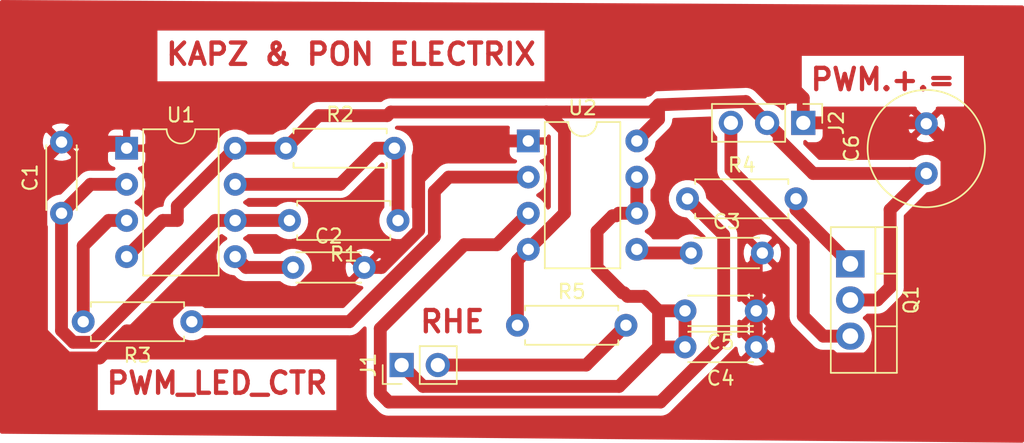
<source format=kicad_pcb>
(kicad_pcb (version 20211014) (generator pcbnew)
  (layers (0 "F.Cu" signal) (31 "B.Cu" signal) (34 "B.Paste" user) (35 "F.Paste" user) (36 "B.SilkS" user "B.Silkscreen") (37 "F.SilkS" user "F.Silkscreen") (38 "B.Mask" user) (39 "F.Mask" user) (44 "Edge.Cuts" user))
  (net 0 "")
  (net 1 "Net-(C1-Pad1)")
  (net 2 "VSS")
  (net 3 "Net-(C2-Pad1)")
  (net 4 "Net-(C3-Pad1)")
  (net 5 "Net-(C4-Pad2)")
  (net 6 "+VDC")
  (net 7 "Net-(J1-Pad2)")
  (net 8 "Net-(J2-Pad3)")
  (net 9 "Net-(Q1-Pad1)")
  (net 10 "Net-(R1-Pad1)")
  (net 11 "Net-(R3-Pad1)")
  (net 12 "Net-(R3-Pad2)")
  (net 13 "Net-(R4-Pad1)")
  (footprint "Capacitor_THT:C_Disc_D4.3mm_W1.9mm_P5.00mm" (layer "F.Cu") (at 98.044 81.026 90)
    (fp_text reference "C1" (at 2.5 -2.2 90) (layer "F.SilkS"))
    (fp_text value "103")
    (fp_line (start 0.23 1.055) (end 0.23 1.07) (layer "F.SilkS") (width 0.12))
    (fp_line (start 0.23 -1.07) (end 4.77 -1.07) (layer "F.SilkS") (width 0.12))
    (fp_line (start 4.77 1.055) (end 4.77 1.07) (layer "F.SilkS") (width 0.12))
    (fp_line (start 0.23 1.07) (end 4.77 1.07) (layer "F.SilkS") (width 0.12))
    (fp_line (start 4.77 -1.07) (end 4.77 -1.055) (layer "F.SilkS") (width 0.12))
    (fp_line (start 0.23 -1.07) (end 0.23 -1.055) (layer "F.SilkS") (width 0.12))
    (pad "1" thru_hole circle locked (at 0 0 90) (size 1.6 1.6) (drill 0.8) (layers *.Cu *.Mask) (net 1 "Net-(C1-Pad1)"))
    (pad "2" thru_hole circle locked (at 5 0 90) (size 1.6 1.6) (drill 0.8) (layers *.Cu *.Mask) (net 2 "VSS"))
  )
  (footprint "Capacitor_THT:C_Disc_D4.3mm_W1.9mm_P5.00mm" (layer "F.Cu") (at 114.3 84.836)
    (fp_text reference "C2" (at 2.5 -2.2) (layer "F.SilkS"))
    (fp_text value "104")
    (fp_line (start 0.23 -1.07) (end 4.77 -1.07) (layer "F.SilkS") (width 0.12))
    (fp_line (start 0.23 -1.07) (end 0.23 -1.055) (layer "F.SilkS") (width 0.12))
    (fp_line (start 4.77 -1.07) (end 4.77 -1.055) (layer "F.SilkS") (width 0.12))
    (fp_line (start 0.23 1.055) (end 0.23 1.07) (layer "F.SilkS") (width 0.12))
    (fp_line (start 0.23 1.07) (end 4.77 1.07) (layer "F.SilkS") (width 0.12))
    (fp_line (start 4.77 1.055) (end 4.77 1.07) (layer "F.SilkS") (width 0.12))
    (pad "1" thru_hole circle locked (at 0 0) (size 1.6 1.6) (drill 0.8) (layers *.Cu *.Mask) (net 3 "Net-(C2-Pad1)"))
    (pad "2" thru_hole circle locked (at 5 0) (size 1.6 1.6) (drill 0.8) (layers *.Cu *.Mask) (net 2 "VSS"))
  )
  (footprint "Capacitor_THT:C_Disc_D4.3mm_W1.9mm_P5.00mm" (layer "F.Cu") (at 142.24 83.82)
    (fp_text reference "C3" (at 2.5 -2.2) (layer "F.SilkS"))
    (fp_text value "104")
    (fp_line (start 4.77 1.055) (end 4.77 1.07) (layer "F.SilkS") (width 0.12))
    (fp_line (start 0.23 -1.07) (end 4.77 -1.07) (layer "F.SilkS") (width 0.12))
    (fp_line (start 4.77 -1.07) (end 4.77 -1.055) (layer "F.SilkS") (width 0.12))
    (fp_line (start 0.23 1.055) (end 0.23 1.07) (layer "F.SilkS") (width 0.12))
    (fp_line (start 0.23 1.07) (end 4.77 1.07) (layer "F.SilkS") (width 0.12))
    (fp_line (start 0.23 -1.07) (end 0.23 -1.055) (layer "F.SilkS") (width 0.12))
    (pad "1" thru_hole circle locked (at 0 0) (size 1.6 1.6) (drill 0.8) (layers *.Cu *.Mask) (net 4 "Net-(C3-Pad1)"))
    (pad "2" thru_hole circle locked (at 5 0) (size 1.6 1.6) (drill 0.8) (layers *.Cu *.Mask) (net 2 "VSS"))
  )
  (footprint "Capacitor_THT:C_Disc_D4.3mm_W1.9mm_P5.00mm" (layer "F.Cu") (at 146.812 90.424 180)
    (fp_text reference "C4" (at 2.5 -2.2) (layer "F.SilkS"))
    (fp_text value "333")
    (fp_line (start 0.23 -1.07) (end 4.77 -1.07) (layer "F.SilkS") (width 0.12))
    (fp_line (start 4.77 -1.07) (end 4.77 -1.055) (layer "F.SilkS") (width 0.12))
    (fp_line (start 4.77 1.055) (end 4.77 1.07) (layer "F.SilkS") (width 0.12))
    (fp_line (start 0.23 1.07) (end 4.77 1.07) (layer "F.SilkS") (width 0.12))
    (fp_line (start 0.23 1.055) (end 0.23 1.07) (layer "F.SilkS") (width 0.12))
    (fp_line (start 0.23 -1.07) (end 0.23 -1.055) (layer "F.SilkS") (width 0.12))
    (pad "1" thru_hole circle locked (at 0 0 180) (size 1.6 1.6) (drill 0.8) (layers *.Cu *.Mask) (net 2 "VSS"))
    (pad "2" thru_hole circle locked (at 5 0 180) (size 1.6 1.6) (drill 0.8) (layers *.Cu *.Mask) (net 5 "Net-(C4-Pad2)"))
  )
  (footprint "Capacitor_THT:C_Disc_D4.3mm_W1.9mm_P5.00mm" (layer "F.Cu") (at 146.812 87.884 180)
    (fp_text reference "C5" (at 2.5 -2.2) (layer "F.SilkS"))
    (fp_text value "223")
    (fp_line (start 0.23 1.055) (end 0.23 1.07) (layer "F.SilkS") (width 0.12))
    (fp_line (start 4.77 -1.07) (end 4.77 -1.055) (layer "F.SilkS") (width 0.12))
    (fp_line (start 0.23 1.07) (end 4.77 1.07) (layer "F.SilkS") (width 0.12))
    (fp_line (start 0.23 -1.07) (end 4.77 -1.07) (layer "F.SilkS") (width 0.12))
    (fp_line (start 0.23 -1.07) (end 0.23 -1.055) (layer "F.SilkS") (width 0.12))
    (fp_line (start 4.77 1.055) (end 4.77 1.07) (layer "F.SilkS") (width 0.12))
    (pad "1" thru_hole circle locked (at 0 0 180) (size 1.6 1.6) (drill 0.8) (layers *.Cu *.Mask) (net 2 "VSS"))
    (pad "2" thru_hole circle locked (at 5 0 180) (size 1.6 1.6) (drill 0.8) (layers *.Cu *.Mask) (net 5 "Net-(C4-Pad2)"))
  )
  (footprint "Capacitor_THT:C_Radial_D8.0mm_H7.0mm_P3.50mm" (layer "F.Cu") (at 158.75 78.232 90)
    (fp_text reference "C6" (at 1.75 -5.25 90) (layer "F.SilkS"))
    (fp_text value "100uF")
    (fp_circle (center 1.75 0) (end 5.87 0) (layer "F.SilkS") (width 0.12) (fill none))
    (pad "1" thru_hole circle locked (at 0 0 90) (size 1.6 1.6) (drill 0.8) (layers *.Cu *.Mask) (net 6 "+VDC"))
    (pad "2" thru_hole circle locked (at 3.5 0 90) (size 1.6 1.6) (drill 0.8) (layers *.Cu *.Mask) (net 2 "VSS"))
  )
  (footprint "Connector_PinHeader_2.54mm:PinHeader_1x02_P2.54mm_Vertical" (layer "F.Cu") (at 121.92 91.694 90)
    (fp_text reference "J1" (at 0 -2.33 90) (layer "F.SilkS"))
    (fp_text value "TRM-RHE")
    (fp_line (start -1.33 0) (end -1.33 -1.33) (layer "F.SilkS") (width 0.12))
    (fp_line (start -1.33 1.27) (end -1.33 3.87) (layer "F.SilkS") (width 0.12))
    (fp_line (start -1.33 -1.33) (end 0 -1.33) (layer "F.SilkS") (width 0.12))
    (fp_line (start -1.33 1.27) (end 1.33 1.27) (layer "F.SilkS") (width 0.12))
    (fp_line (start -1.33 3.87) (end 1.33 3.87) (layer "F.SilkS") (width 0.12))
    (fp_line (start 1.33 1.27) (end 1.33 3.87) (layer "F.SilkS") (width 0.12))
    (pad "1" thru_hole rect locked (at 0 0 90) (size 1.7 1.7) (drill 1) (layers *.Cu *.Mask) (net 5 "Net-(C4-Pad2)"))
    (pad "2" thru_hole oval locked (at 0 2.54 90) (size 1.7 1.7) (drill 1) (layers *.Cu *.Mask) (net 7 "Net-(J1-Pad2)"))
  )
  (footprint "Connector_PinHeader_2.54mm:PinHeader_1x03_P2.54mm_Vertical" (layer "F.Cu") (at 150.114 74.676 -90)
    (fp_text reference "J2" (at 0 -2.33 90) (layer "F.SilkS"))
    (fp_text value "PWR/PWM")
    (fp_line (start -1.33 0) (end -1.33 -1.33) (layer "F.SilkS") (width 0.12))
    (fp_line (start -1.33 1.27) (end -1.33 6.41) (layer "F.SilkS") (width 0.12))
    (fp_line (start -1.33 -1.33) (end 0 -1.33) (layer "F.SilkS") (width 0.12))
    (fp_line (start -1.33 1.27) (end 1.33 1.27) (layer "F.SilkS") (width 0.12))
    (fp_line (start 1.33 1.27) (end 1.33 6.41) (layer "F.SilkS") (width 0.12))
    (fp_line (start -1.33 6.41) (end 1.33 6.41) (layer "F.SilkS") (width 0.12))
    (pad "1" thru_hole rect locked (at 0 0 270) (size 1.7 1.7) (drill 1) (layers *.Cu *.Mask) (net 2 "VSS"))
    (pad "2" thru_hole oval locked (at 0 2.54 270) (size 1.7 1.7) (drill 1) (layers *.Cu *.Mask) (net 6 "+VDC"))
    (pad "3" thru_hole oval locked (at 0 5.08 270) (size 1.7 1.7) (drill 1) (layers *.Cu *.Mask) (net 8 "Net-(J2-Pad3)"))
  )
  (footprint "Package_TO_SOT_THT:TO-220-3_Vertical" (layer "F.Cu") (at 153.416 84.582 -90)
    (fp_text reference "Q1" (at 2.54 -4.27 90) (layer "F.SilkS"))
    (fp_text value "IRF540")
    (fp_line (start -2.58 1.371) (end 7.66 1.371) (layer "F.SilkS") (width 0.12))
    (fp_line (start 0.69 -3.27) (end 0.69 -1.76) (layer "F.SilkS") (width 0.12))
    (fp_line (start -2.58 -3.27) (end -2.58 1.371) (layer "F.SilkS") (width 0.12))
    (fp_line (start -2.58 -3.27) (end 7.66 -3.27) (layer "F.SilkS") (width 0.12))
    (fp_line (start 7.66 -3.27) (end 7.66 1.371) (layer "F.SilkS") (width 0.12))
    (fp_line (start 4.391 -3.27) (end 4.391 -1.76) (layer "F.SilkS") (width 0.12))
    (fp_line (start -2.58 -1.76) (end 7.66 -1.76) (layer "F.SilkS") (width 0.12))
    (pad "1" thru_hole rect locked (at 0 0 270) (size 1.905 2) (drill 1.1) (layers *.Cu *.Mask) (net 9 "Net-(Q1-Pad1)"))
    (pad "2" thru_hole oval locked (at 2.54 0 270) (size 1.905 2) (drill 1.1) (layers *.Cu *.Mask) (net 6 "+VDC"))
    (pad "3" thru_hole oval locked (at 5.08 0 270) (size 1.905 2) (drill 1.1) (layers *.Cu *.Mask) (net 8 "Net-(J2-Pad3)"))
  )
  (footprint "Resistor_THT:R_Axial_DIN0207_L6.3mm_D2.5mm_P7.62mm_Horizontal" (layer "F.Cu") (at 121.666 81.534 180)
    (fp_text reference "R1" (at 3.81 -2.37) (layer "F.SilkS"))
    (fp_text value "1K2")
    (fp_line (start 7.08 1.37) (end 7.08 1.04) (layer "F.SilkS") (width 0.12))
    (fp_line (start 0.54 -1.04) (end 0.54 -1.37) (layer "F.SilkS") (width 0.12))
    (fp_line (start 7.08 -1.37) (end 7.08 -1.04) (layer "F.SilkS") (width 0.12))
    (fp_line (start 0.54 -1.37) (end 7.08 -1.37) (layer "F.SilkS") (width 0.12))
    (fp_line (start 0.54 1.04) (end 0.54 1.37) (layer "F.SilkS") (width 0.12))
    (fp_line (start 0.54 1.37) (end 7.08 1.37) (layer "F.SilkS") (width 0.12))
    (pad "1" thru_hole circle locked (at 0 0 180) (size 1.6 1.6) (drill 0.8) (layers *.Cu *.Mask) (net 10 "Net-(R1-Pad1)"))
    (pad "2" thru_hole oval locked (at 7.62 0 180) (size 1.6 1.6) (drill 0.8) (layers *.Cu *.Mask) (net 1 "Net-(C1-Pad1)"))
  )
  (footprint "Resistor_THT:R_Axial_DIN0207_L6.3mm_D2.5mm_P7.62mm_Horizontal" (layer "F.Cu") (at 107.188 88.646 180)
    (fp_text reference "R3" (at 3.81 -2.37) (layer "F.SilkS"))
    (fp_text value "22K")
    (fp_line (start 7.08 -1.37) (end 7.08 -1.04) (layer "F.SilkS") (width 0.12))
    (fp_line (start 0.54 1.04) (end 0.54 1.37) (layer "F.SilkS") (width 0.12))
    (fp_line (start 7.08 1.37) (end 7.08 1.04) (layer "F.SilkS") (width 0.12))
    (fp_line (start 0.54 -1.04) (end 0.54 -1.37) (layer "F.SilkS") (width 0.12))
    (fp_line (start 0.54 -1.37) (end 7.08 -1.37) (layer "F.SilkS") (width 0.12))
    (fp_line (start 0.54 1.37) (end 7.08 1.37) (layer "F.SilkS") (width 0.12))
    (pad "1" thru_hole circle locked (at 0 0 180) (size 1.6 1.6) (drill 0.8) (layers *.Cu *.Mask) (net 11 "Net-(R3-Pad1)"))
    (pad "2" thru_hole oval locked (at 7.62 0 180) (size 1.6 1.6) (drill 0.8) (layers *.Cu *.Mask) (net 12 "Net-(R3-Pad2)"))
  )
  (footprint "Resistor_THT:R_Axial_DIN0207_L6.3mm_D2.5mm_P7.62mm_Horizontal" (layer "F.Cu") (at 141.986 80.01)
    (fp_text reference "R4" (at 3.81 -2.37) (layer "F.SilkS"))
    (fp_text value "220")
    (fp_line (start 0.54 -1.04) (end 0.54 -1.37) (layer "F.SilkS") (width 0.12))
    (fp_line (start 0.54 1.37) (end 7.08 1.37) (layer "F.SilkS") (width 0.12))
    (fp_line (start 7.08 -1.37) (end 7.08 -1.04) (layer "F.SilkS") (width 0.12))
    (fp_line (start 0.54 -1.37) (end 7.08 -1.37) (layer "F.SilkS") (width 0.12))
    (fp_line (start 0.54 1.04) (end 0.54 1.37) (layer "F.SilkS") (width 0.12))
    (fp_line (start 7.08 1.37) (end 7.08 1.04) (layer "F.SilkS") (width 0.12))
    (pad "1" thru_hole circle locked (at 0 0) (size 1.6 1.6) (drill 0.8) (layers *.Cu *.Mask) (net 13 "Net-(R4-Pad1)"))
    (pad "2" thru_hole oval locked (at 7.62 0) (size 1.6 1.6) (drill 0.8) (layers *.Cu *.Mask) (net 9 "Net-(Q1-Pad1)"))
  )
  (footprint "Resistor_THT:R_Axial_DIN0207_L6.3mm_D2.5mm_P7.62mm_Horizontal" (layer "F.Cu") (at 130.048 88.9)
    (fp_text reference "R5" (at 3.81 -2.37) (layer "F.SilkS"))
    (fp_text value "820")
    (fp_line (start 7.08 -1.37) (end 7.08 -1.04) (layer "F.SilkS") (width 0.12))
    (fp_line (start 0.54 -1.04) (end 0.54 -1.37) (layer "F.SilkS") (width 0.12))
    (fp_line (start 0.54 -1.37) (end 7.08 -1.37) (layer "F.SilkS") (width 0.12))
    (fp_line (start 0.54 1.37) (end 7.08 1.37) (layer "F.SilkS") (width 0.12))
    (fp_line (start 0.54 1.04) (end 0.54 1.37) (layer "F.SilkS") (width 0.12))
    (fp_line (start 7.08 1.37) (end 7.08 1.04) (layer "F.SilkS") (width 0.12))
    (pad "1" thru_hole circle locked (at 0 0) (size 1.6 1.6) (drill 0.8) (layers *.Cu *.Mask) (net 6 "+VDC"))
    (pad "2" thru_hole oval locked (at 7.62 0) (size 1.6 1.6) (drill 0.8) (layers *.Cu *.Mask) (net 7 "Net-(J1-Pad2)"))
  )
  (footprint "Package_DIP:DIP-8_W7.62mm" (layer "F.Cu") (at 102.616 76.454)
    (fp_text reference "U1" (at 3.81 -2.33) (layer "F.SilkS"))
    (fp_text value "NE555")
    (fp_line (start 6.46 8.95) (end 6.46 -1.33) (layer "F.SilkS") (width 0.12))
    (fp_line (start 2.81 -1.33) (end 1.16 -1.33) (layer "F.SilkS") (width 0.12))
    (fp_line (start 1.16 8.95) (end 6.46 8.95) (layer "F.SilkS") (width 0.12))
    (fp_line (start 1.16 -1.33) (end 1.16 8.95) (layer "F.SilkS") (width 0.12))
    (fp_line (start 6.46 -1.33) (end 4.81 -1.33) (layer "F.SilkS") (width 0.12))
    (fp_arc (start 4.81 -1.33) (mid 3.81 -0.33) (end 2.81 -1.33) (layer "F.SilkS") (width 0.12))
    (pad "1" thru_hole rect locked (at 0 0) (size 1.6 1.6) (drill 0.8) (layers *.Cu *.Mask) (net 2 "VSS"))
    (pad "2" thru_hole oval locked (at 0 2.54) (size 1.6 1.6) (drill 0.8) (layers *.Cu *.Mask) (net 1 "Net-(C1-Pad1)"))
    (pad "3" thru_hole oval locked (at 0 5.08) (size 1.6 1.6) (drill 0.8) (layers *.Cu *.Mask) (net 12 "Net-(R3-Pad2)"))
    (pad "4" thru_hole oval locked (at 0 7.62) (size 1.6 1.6) (drill 0.8) (layers *.Cu *.Mask) (net 6 "+VDC"))
    (pad "5" thru_hole oval locked (at 7.62 7.62) (size 1.6 1.6) (drill 0.8) (layers *.Cu *.Mask) (net 3 "Net-(C2-Pad1)"))
    (pad "6" thru_hole oval locked (at 7.62 5.08) (size 1.6 1.6) (drill 0.8) (layers *.Cu *.Mask) (net 1 "Net-(C1-Pad1)"))
    (pad "7" thru_hole oval locked (at 7.62 2.54) (size 1.6 1.6) (drill 0.8) (layers *.Cu *.Mask) (net 10 "Net-(R1-Pad1)"))
    (pad "8" thru_hole oval locked (at 7.62 0) (size 1.6 1.6) (drill 0.8) (layers *.Cu *.Mask) (net 6 "+VDC"))
  )
  (footprint "Package_DIP:DIP-8_W7.62mm" (layer "F.Cu") (at 130.81 75.946)
    (fp_text reference "U2" (at 3.81 -2.33) (layer "F.SilkS"))
    (fp_text value "NE555")
    (fp_line (start 6.46 8.95) (end 6.46 -1.33) (layer "F.SilkS") (width 0.12))
    (fp_line (start 6.46 -1.33) (end 4.81 -1.33) (layer "F.SilkS") (width 0.12))
    (fp_line (start 1.16 8.95) (end 6.46 8.95) (layer "F.SilkS") (width 0.12))
    (fp_line (start 1.16 -1.33) (end 1.16 8.95) (layer "F.SilkS") (width 0.12))
    (fp_line (start 2.81 -1.33) (end 1.16 -1.33) (layer "F.SilkS") (width 0.12))
    (fp_arc (start 4.81 -1.33) (mid 3.81 -0.33) (end 2.81 -1.33) (layer "F.SilkS") (width 0.12))
    (pad "1" thru_hole rect locked (at 0 0) (size 1.6 1.6) (drill 0.8) (layers *.Cu *.Mask) (net 2 "VSS"))
    (pad "2" thru_hole oval locked (at 0 2.54) (size 1.6 1.6) (drill 0.8) (layers *.Cu *.Mask) (net 11 "Net-(R3-Pad1)"))
    (pad "3" thru_hole oval locked (at 0 5.08) (size 1.6 1.6) (drill 0.8) (layers *.Cu *.Mask) (net 13 "Net-(R4-Pad1)"))
    (pad "4" thru_hole oval locked (at 0 7.62) (size 1.6 1.6) (drill 0.8) (layers *.Cu *.Mask) (net 6 "+VDC"))
    (pad "5" thru_hole oval locked (at 7.62 7.62) (size 1.6 1.6) (drill 0.8) (layers *.Cu *.Mask) (net 4 "Net-(C3-Pad1)"))
    (pad "6" thru_hole oval locked (at 7.62 5.08) (size 1.6 1.6) (drill 0.8) (layers *.Cu *.Mask) (net 5 "Net-(C4-Pad2)"))
    (pad "7" thru_hole oval locked (at 7.62 2.54) (size 1.6 1.6) (drill 0.8) (layers *.Cu *.Mask) (net 5 "Net-(C4-Pad2)"))
    (pad "8" thru_hole oval locked (at 7.62 0) (size 1.6 1.6) (drill 0.8) (layers *.Cu *.Mask) (net 6 "+VDC"))
  )
  (footprint "Resistor_THT:R_Axial_DIN0207_L6.3mm_D2.5mm_P7.62mm_Horizontal" (layer "F.Cu") (at 113.792 76.454)
    (fp_text reference "R2" (at 3.81 -2.37) (layer "F.SilkS"))
    (fp_text value "100K")
    (fp_line (start 0.54 1.04) (end 0.54 1.37) (layer "F.SilkS") (width 0.12))
    (fp_line (start 7.08 1.37) (end 7.08 1.04) (layer "F.SilkS") (width 0.12))
    (fp_line (start 0.54 -1.04) (end 0.54 -1.37) (layer "F.SilkS") (width 0.12))
    (fp_line (start 0.54 1.37) (end 7.08 1.37) (layer "F.SilkS") (width 0.12))
    (fp_line (start 7.08 -1.37) (end 7.08 -1.04) (layer "F.SilkS") (width 0.12))
    (fp_line (start 0.54 -1.37) (end 7.08 -1.37) (layer "F.SilkS") (width 0.12))
    (pad "1" thru_hole circle locked (at 0 0) (size 1.6 1.6) (drill 0.8) (layers *.Cu *.Mask) (net 6 "+VDC"))
    (pad "2" thru_hole oval locked (at 7.62 0) (size 1.6 1.6) (drill 0.8) (layers *.Cu *.Mask) (net 10 "Net-(R1-Pad1)"))
  )
  (gr_text "PWM.+.=" (at 155.702 71.628) (layer "F.Cu") (effects (font (size 1.5 1.5) (thickness 0.3))))
  (gr_text "RHE" (at 125.476 88.646) (layer "F.Cu") (effects (font (size 1.5 1.5) (thickness 0.3))))
  (gr_text "KAPZ & PON ELECTRIX" (at 118.364 69.85) (layer "F.Cu") (effects (font (size 1.5 1.5) (thickness 0.3))))
  (gr_text "PWM_LED_CTR" (at 108.966 92.964) (layer "F.Cu") (effects (font (size 1.5 1.5) (thickness 0.3))))
  (segment (start 98.044 81.026) (end 100.076 78.994) (width 0.9) (layer "F.Cu") (net 1))
  (segment (start 108.826002 81.534) (end 109.10463 81.534) (width 0.9) (layer "F.Cu") (net 1))
  (segment (start 109.10463 81.534) (end 110.236 81.534) (width 0.9) (layer "F.Cu") (net 1))
  (segment (start 110.236 81.534) (end 114.046 81.534) (width 0.9) (layer "F.Cu") (net 1))
  (segment (start 100.264001 90.096001) (end 108.826002 81.534) (width 0.9) (layer "F.Cu") (net 1))
  (segment (start 98.871999 90.096001) (end 100.264001 90.096001) (width 0.9) (layer "F.Cu") (net 1))
  (segment (start 100.076 78.994) (end 102.616 78.994) (width 0.9) (layer "F.Cu") (net 1))
  (segment (start 98.044 89.268002) (end 98.871999 90.096001) (width 0.9) (layer "F.Cu") (net 1))
  (segment (start 98.044 81.026) (end 98.044 89.268002) (width 0.9) (layer "F.Cu") (net 1))
  (segment (start 150.114 74.676) (end 158.694 74.676) (width 0.9) (layer "F.Cu") (net 2))
  (segment (start 147.611999 91.223999) (end 146.812 90.424) (width 0.9) (layer "F.Cu") (net 2))
  (segment (start 100.71964 91.196012) (end 98.41636 91.196012) (width 0.9) (layer "F.Cu") (net 2))
  (segment (start 98.044 76.026) (end 102.188 76.026) (width 0.9) (layer "F.Cu") (net 2))
  (segment (start 98.044 76.026) (end 98.843999 75.226001) (width 0.9) (layer "F.Cu") (net 2))
  (segment (start 157.734 83.058) (end 157.734 88.9) (width 0.9) (layer "F.Cu") (net 2))
  (segment (start 96.593999 77.476001) (end 97.244001 76.825999) (width 0.9) (layer "F.Cu") (net 2))
  (segment (start 102.188 76.026) (end 102.616 76.454) (width 0.9) (layer "F.Cu") (net 2))
  (segment (start 97.244001 76.825999) (end 98.044 76.026) (width 0.9) (layer "F.Cu") (net 2))
  (segment (start 99.525999 75.226001) (end 102.362 72.39) (width 0.9) (layer "F.Cu") (net 2))
  (segment (start 123.116001 77.113999) (end 123.116001 82.230001) (width 0.9) (layer "F.Cu") (net 2))
  (segment (start 96.593999 89.373651) (end 96.593999 77.476001) (width 0.9) (layer "F.Cu") (net 2))
  (segment (start 160.200001 80.591999) (end 157.734 83.058) (width 0.9) (layer "F.Cu") (net 2))
  (segment (start 120.510002 84.836) (end 120.43137 84.836) (width 0.9) (layer "F.Cu") (net 2))
  (segment (start 102.362 72.39) (end 139.192 72.39) (width 0.9) (layer "F.Cu") (net 2))
  (segment (start 120.43137 84.836) (end 119.3 84.836) (width 0.9) (layer "F.Cu") (net 2))
  (segment (start 124.284 75.946) (end 123.116001 77.113999) (width 0.9) (layer "F.Cu") (net 2))
  (segment (start 148.562 71.374) (end 150.114 72.926) (width 0.9) (layer "F.Cu") (net 2))
  (segment (start 146.812 90.424) (end 146.812 87.884) (width 0.9) (layer "F.Cu") (net 2))
  (segment (start 118.500001 84.036001) (end 117.246001 84.036001) (width 0.9) (layer "F.Cu") (net 2))
  (segment (start 155.36949 91.26451) (end 147.65251 91.26451) (width 0.9) (layer "F.Cu") (net 2))
  (segment (start 98.41636 91.196012) (end 96.593999 89.373651) (width 0.9) (layer "F.Cu") (net 2))
  (segment (start 106.565998 87.122) (end 104.394 89.293998) (width 0.9) (layer "F.Cu") (net 2))
  (segment (start 140.208 71.374) (end 148.562 71.374) (width 0.9) (layer "F.Cu") (net 2))
  (segment (start 130.81 75.946) (end 124.284 75.946) (width 0.9) (layer "F.Cu") (net 2))
  (segment (start 139.192 72.39) (end 140.208 71.374) (width 0.9) (layer "F.Cu") (net 2))
  (segment (start 158.694 74.676) (end 158.75 74.732) (width 0.9) (layer "F.Cu") (net 2))
  (segment (start 158.75 74.732) (end 160.200001 76.182001) (width 0.9) (layer "F.Cu") (net 2))
  (segment (start 160.200001 76.182001) (end 160.200001 80.591999) (width 0.9) (layer "F.Cu") (net 2))
  (segment (start 146.812 84.248) (end 147.24 83.82) (width 0.9) (layer "F.Cu") (net 2))
  (segment (start 150.114 72.926) (end 150.114 74.676) (width 0.9) (layer "F.Cu") (net 2))
  (segment (start 98.843999 75.226001) (end 99.525999 75.226001) (width 0.9) (layer "F.Cu") (net 2))
  (segment (start 147.65251 91.26451) (end 147.611999 91.223999) (width 0.9) (layer "F.Cu") (net 2))
  (segment (start 114.160002 87.122) (end 106.565998 87.122) (width 0.9) (layer "F.Cu") (net 2))
  (segment (start 117.246001 84.036001) (end 114.160002 87.122) (width 0.9) (layer "F.Cu") (net 2))
  (segment (start 123.116001 82.230001) (end 120.510002 84.836) (width 0.9) (layer "F.Cu") (net 2))
  (segment (start 119.3 84.836) (end 118.500001 84.036001) (width 0.9) (layer "F.Cu") (net 2))
  (segment (start 157.734 88.9) (end 155.36949 91.26451) (width 0.9) (layer "F.Cu") (net 2))
  (segment (start 104.394 89.293998) (end 102.621654 89.293998) (width 0.9) (layer "F.Cu") (net 2))
  (segment (start 102.621654 89.293998) (end 100.71964 91.196012) (width 0.9) (layer "F.Cu") (net 2))
  (segment (start 146.812 87.884) (end 146.812 84.248) (width 0.9) (layer "F.Cu") (net 2))
  (segment (start 110.998 84.836) (end 110.236 84.074) (width 0.9) (layer "F.Cu") (net 3))
  (segment (start 114.3 84.836) (end 110.998 84.836) (width 0.9) (layer "F.Cu") (net 3))
  (segment (start 142.24 83.82) (end 138.684 83.82) (width 0.9) (layer "F.Cu") (net 4))
  (segment (start 138.684 83.82) (end 138.43 83.566) (width 0.9) (layer "F.Cu") (net 4))
  (segment (start 139.954 87.884) (end 139.954 90.424) (width 0.9) (layer "F.Cu") (net 5))
  (segment (start 138.938 86.868) (end 139.954 87.884) (width 0.9) (layer "F.Cu") (net 5))
  (segment (start 137.183999 93.194001) (end 123.420001 93.194001) (width 0.9) (layer "F.Cu") (net 5))
  (segment (start 141.812 87.884) (end 141.812 90.424) (width 0.9) (layer "F.Cu") (net 5))
  (segment (start 135.636 82.296) (end 135.636 84.836) (width 0.9) (layer "F.Cu") (net 5))
  (segment (start 135.636 84.836) (end 137.414 86.614) (width 0.9) (layer "F.Cu") (net 5))
  (segment (start 136.725999 81.206001) (end 135.636 82.296) (width 0.9) (layer "F.Cu") (net 5))
  (segment (start 137.414 86.614) (end 137.528002 86.614) (width 0.9) (layer "F.Cu") (net 5))
  (segment (start 137.782002 86.868) (end 138.938 86.868) (width 0.9) (layer "F.Cu") (net 5))
  (segment (start 139.954 90.424) (end 137.183999 93.194001) (width 0.9) (layer "F.Cu") (net 5))
  (segment (start 136.979999 81.206001) (end 136.725999 81.206001) (width 0.9) (layer "F.Cu") (net 5))
  (segment (start 139.954 90.424) (end 141.812 90.424) (width 0.9) (layer "F.Cu") (net 5))
  (segment (start 139.954 87.884) (end 141.812 87.884) (width 0.9) (layer "F.Cu") (net 5))
  (segment (start 138.43 81.026) (end 138.43 78.486) (width 0.9) (layer "F.Cu") (net 5))
  (segment (start 138.43 81.026) (end 137.16 81.026) (width 0.9) (layer "F.Cu") (net 5))
  (segment (start 137.528002 86.614) (end 137.782002 86.868) (width 0.9) (layer "F.Cu") (net 5))
  (segment (start 123.420001 93.194001) (end 121.92 91.694) (width 0.9) (layer "F.Cu") (net 5))
  (segment (start 137.16 81.026) (end 136.979999 81.206001) (width 0.9) (layer "F.Cu") (net 5))
  (segment (start 155.316 87.122) (end 156.21 86.228) (width 0.9) (layer "F.Cu") (net 6))
  (segment (start 106.172 80.518) (end 106.172 81.534) (width 0.9) (layer "F.Cu") (net 6))
  (segment (start 116.078 74.168) (end 120.904 74.168) (width 0.9) (layer "F.Cu") (net 6))
  (segment (start 120.904 74.168) (end 121.158 73.914) (width 0.9) (layer "F.Cu") (net 6))
  (segment (start 156.21 80.772) (end 158.75 78.232) (width 0.9) (layer "F.Cu") (net 6))
  (segment (start 147.574 74.676) (end 146.073999 73.175999) (width 0.9) (layer "F.Cu") (net 6))
  (segment (start 130.048 88.9) (end 130.048 84.328) (width 0.9) (layer "F.Cu") (net 6))
  (segment (start 150.799998 78.232) (end 157.61863 78.232) (width 0.9) (layer "F.Cu") (net 6))
  (segment (start 148.423999 75.525999) (end 148.423999 75.856001) (width 0.9) (layer "F.Cu") (net 6))
  (segment (start 121.158 73.914) (end 132.08 73.914) (width 0.9) (layer "F.Cu") (net 6))
  (segment (start 132.08 73.914) (end 133.35 75.184) (width 0.9) (layer "F.Cu") (net 6))
  (segment (start 110.236 76.454) (end 113.792 76.454) (width 0.9) (layer "F.Cu") (net 6))
  (segment (start 153.416 87.122) (end 155.316 87.122) (width 0.9) (layer "F.Cu") (net 6))
  (segment (start 105.156 81.534) (end 102.616 84.074) (width 0.9) (layer "F.Cu") (net 6))
  (segment (start 130.048 84.328) (end 130.81 83.566) (width 0.9) (layer "F.Cu") (net 6))
  (segment (start 133.35 75.184) (end 133.35 81.026) (width 0.9) (layer "F.Cu") (net 6))
  (segment (start 106.172 81.534) (end 105.156 81.534) (width 0.9) (layer "F.Cu") (net 6))
  (segment (start 139.954 74.422) (end 139.954 73.406) (width 0.9) (layer "F.Cu") (net 6))
  (segment (start 139.446 73.914) (end 132.08 73.914) (width 0.9) (layer "F.Cu") (net 6))
  (segment (start 139.954 73.406) (end 139.446 73.914) (width 0.9) (layer "F.Cu") (net 6))
  (segment (start 156.21 86.228) (end 156.21 80.772) (width 0.9) (layer "F.Cu") (net 6))
  (segment (start 133.35 81.026) (end 130.81 83.566) (width 0.9) (layer "F.Cu") (net 6))
  (segment (start 147.574 74.676) (end 148.423999 75.525999) (width 0.9) (layer "F.Cu") (net 6))
  (segment (start 148.423999 75.856001) (end 150.799998 78.232) (width 0.9) (layer "F.Cu") (net 6))
  (segment (start 138.43 75.946) (end 139.954 74.422) (width 0.9) (layer "F.Cu") (net 6))
  (segment (start 113.792 76.454) (end 116.078 74.168) (width 0.9) (layer "F.Cu") (net 6))
  (segment (start 110.236 76.454) (end 106.172 80.518) (width 0.9) (layer "F.Cu") (net 6))
  (segment (start 157.61863 78.232) (end 158.75 78.232) (width 0.9) (layer "F.Cu") (net 6))
  (segment (start 146.073999 73.175999) (end 139.954 73.406) (width 0.9) (layer "F.Cu") (net 6))
  (segment (start 124.392081 91.694) (end 134.874 91.694) (width 0.9) (layer "F.Cu") (net 7))
  (segment (start 134.874 91.694) (end 137.668 88.9) (width 0.9) (layer "F.Cu") (net 7))
  (segment (start 145.034 77.978) (end 150.114 83.058) (width 0.9) (layer "F.Cu") (net 8))
  (segment (start 150.114 83.058) (end 150.114 88.26) (width 0.9) (layer "F.Cu") (net 8))
  (segment (start 145.034 74.676) (end 145.034 77.978) (width 0.9) (layer "F.Cu") (net 8))
  (segment (start 151.516 89.662) (end 153.416 89.662) (width 0.9) (layer "F.Cu") (net 8))
  (segment (start 150.114 88.26) (end 151.516 89.662) (width 0.9) (layer "F.Cu") (net 8))
  (segment (start 149.606 80.772) (end 153.416 84.582) (width 0.9) (layer "F.Cu") (net 9))
  (segment (start 149.606 80.01) (end 149.606 80.772) (width 0.9) (layer "F.Cu") (net 9))
  (segment (start 120.142 76.454) (end 117.602 78.994) (width 0.9) (layer "F.Cu") (net 10))
  (segment (start 117.602 78.994) (end 110.236 78.994) (width 0.9) (layer "F.Cu") (net 10))
  (segment (start 121.666 76.708) (end 121.412 76.454) (width 0.9) (layer "F.Cu") (net 10))
  (segment (start 121.666 81.534) (end 121.666 76.708) (width 0.9) (layer "F.Cu") (net 10))
  (segment (start 121.412 76.454) (end 120.142 76.454) (width 0.9) (layer "F.Cu") (net 10))
  (segment (start 108.31937 88.646) (end 107.188 88.646) (width 0.9) (layer "F.Cu") (net 11))
  (segment (start 130.81 78.486) (end 125.222 78.486) (width 0.9) (layer "F.Cu") (net 11))
  (segment (start 124.216011 82.685641) (end 118.255652 88.646) (width 0.9) (layer "F.Cu") (net 11))
  (segment (start 125.222 78.486) (end 124.216011 79.491989) (width 0.9) (layer "F.Cu") (net 11))
  (segment (start 118.255652 88.646) (end 108.31937 88.646) (width 0.9) (layer "F.Cu") (net 11))
  (segment (start 124.216011 79.491989) (end 124.216011 82.685641) (width 0.9) (layer "F.Cu") (net 11))
  (segment (start 102.616 81.534) (end 101.346 81.534) (width 0.9) (layer "F.Cu") (net 12))
  (segment (start 101.346 81.534) (end 99.568 83.312) (width 0.9) (layer "F.Cu") (net 12))
  (segment (start 99.568 83.312) (end 99.568 88.646) (width 0.9) (layer "F.Cu") (net 12))
  (segment (start 130.81 81.026) (end 128.597999 83.238001) (width 0.9) (layer "F.Cu") (net 13))
  (segment (start 144.526 82.55) (end 141.986 80.01) (width 0.9) (layer "F.Cu") (net 13))
  (segment (start 144.526 89.856002) (end 144.526 82.55) (width 0.9) (layer "F.Cu") (net 13))
  (segment (start 120.419999 93.702001) (end 121.01201 94.294012) (width 0.9) (layer "F.Cu") (net 13))
  (segment (start 120.419999 89.130001) (end 120.419999 93.702001) (width 0.9) (layer "F.Cu") (net 13))
  (segment (start 121.01201 94.294012) (end 140.08799 94.294012) (width 0.9) (layer "F.Cu") (net 13))
  (segment (start 126.311999 83.238001) (end 120.419999 89.130001) (width 0.9) (layer "F.Cu") (net 13))
  (segment (start 140.08799 94.294012) (end 144.526 89.856002) (width 0.9) (layer "F.Cu") (net 13))
  (segment (start 128.597999 83.238001) (end 126.311999 83.238001) (width 0.9) (layer "F.Cu") (net 13))
  (zone (net 2) (net_name "VSS") (layer "F.Cu") (connect_pads (clearance 0.508)) (min_thickness 0.254) (fill yes (thermal_gap 0.508) (thermal_bridge_width 0.508))
    (polygon (pts (xy 165.608 97.155) (xy 93.726 96.52) (xy 93.726 66.04) (xy 165.608 66.421)))
  )
)
</source>
